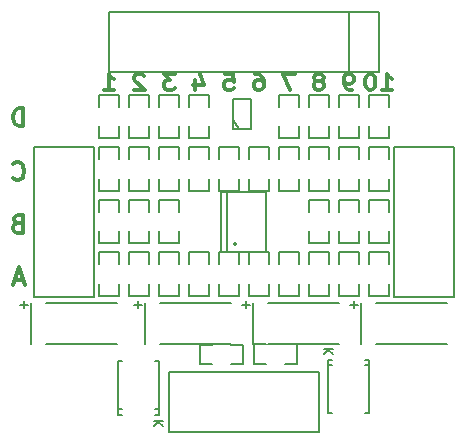
<source format=gbr>
G04 #@! TF.GenerationSoftware,KiCad,Pcbnew,(2017-02-05 revision 431abcf)-makepkg*
G04 #@! TF.CreationDate,2017-05-10T12:01:26+02:00*
G04 #@! TF.ProjectId,OZDUAL03B,4F5A4455414C3033422E6B696361645F,rev?*
G04 #@! TF.FileFunction,Legend,Bot*
G04 #@! TF.FilePolarity,Positive*
%FSLAX46Y46*%
G04 Gerber Fmt 4.6, Leading zero omitted, Abs format (unit mm)*
G04 Created by KiCad (PCBNEW (2017-02-05 revision 431abcf)-makepkg) date 05/10/17 12:01:26*
%MOMM*%
%LPD*%
G01*
G04 APERTURE LIST*
%ADD10C,0.100000*%
%ADD11C,0.300000*%
%ADD12C,0.150000*%
%ADD13C,0.200000*%
G04 APERTURE END LIST*
D10*
D11*
X128662857Y-91815571D02*
X128662857Y-90315571D01*
X128305714Y-90315571D01*
X128091428Y-90387000D01*
X127948571Y-90529857D01*
X127877142Y-90672714D01*
X127805714Y-90958428D01*
X127805714Y-91172714D01*
X127877142Y-91458428D01*
X127948571Y-91601285D01*
X128091428Y-91744142D01*
X128305714Y-91815571D01*
X128662857Y-91815571D01*
X127805714Y-96244714D02*
X127877142Y-96316142D01*
X128091428Y-96387571D01*
X128234285Y-96387571D01*
X128448571Y-96316142D01*
X128591428Y-96173285D01*
X128662857Y-96030428D01*
X128734285Y-95744714D01*
X128734285Y-95530428D01*
X128662857Y-95244714D01*
X128591428Y-95101857D01*
X128448571Y-94959000D01*
X128234285Y-94887571D01*
X128091428Y-94887571D01*
X127877142Y-94959000D01*
X127805714Y-95030428D01*
X128162857Y-100046857D02*
X127948571Y-100118285D01*
X127877142Y-100189714D01*
X127805714Y-100332571D01*
X127805714Y-100546857D01*
X127877142Y-100689714D01*
X127948571Y-100761142D01*
X128091428Y-100832571D01*
X128662857Y-100832571D01*
X128662857Y-99332571D01*
X128162857Y-99332571D01*
X128020000Y-99404000D01*
X127948571Y-99475428D01*
X127877142Y-99618285D01*
X127877142Y-99761142D01*
X127948571Y-99904000D01*
X128020000Y-99975428D01*
X128162857Y-100046857D01*
X128662857Y-100046857D01*
X128627142Y-104849000D02*
X127912857Y-104849000D01*
X128770000Y-105277571D02*
X128270000Y-103777571D01*
X127770000Y-105277571D01*
X159035714Y-88740595D02*
X159892857Y-88740595D01*
X159464285Y-88740595D02*
X159464285Y-87440595D01*
X159607142Y-87626309D01*
X159750000Y-87750119D01*
X159892857Y-87812023D01*
X158107142Y-87440595D02*
X157964285Y-87440595D01*
X157821428Y-87502500D01*
X157750000Y-87564404D01*
X157678571Y-87688214D01*
X157607142Y-87935833D01*
X157607142Y-88245357D01*
X157678571Y-88492976D01*
X157750000Y-88616785D01*
X157821428Y-88678690D01*
X157964285Y-88740595D01*
X158107142Y-88740595D01*
X158250000Y-88678690D01*
X158321428Y-88616785D01*
X158392857Y-88492976D01*
X158464285Y-88245357D01*
X158464285Y-87935833D01*
X158392857Y-87688214D01*
X158321428Y-87564404D01*
X158250000Y-87502500D01*
X158107142Y-87440595D01*
X156495714Y-88740595D02*
X156210000Y-88740595D01*
X156067142Y-88678690D01*
X155995714Y-88616785D01*
X155852857Y-88431071D01*
X155781428Y-88183452D01*
X155781428Y-87688214D01*
X155852857Y-87564404D01*
X155924285Y-87502500D01*
X156067142Y-87440595D01*
X156352857Y-87440595D01*
X156495714Y-87502500D01*
X156567142Y-87564404D01*
X156638571Y-87688214D01*
X156638571Y-87997738D01*
X156567142Y-88121547D01*
X156495714Y-88183452D01*
X156352857Y-88245357D01*
X156067142Y-88245357D01*
X155924285Y-88183452D01*
X155852857Y-88121547D01*
X155781428Y-87997738D01*
X153812857Y-87997738D02*
X153955714Y-87935833D01*
X154027142Y-87873928D01*
X154098571Y-87750119D01*
X154098571Y-87688214D01*
X154027142Y-87564404D01*
X153955714Y-87502500D01*
X153812857Y-87440595D01*
X153527142Y-87440595D01*
X153384285Y-87502500D01*
X153312857Y-87564404D01*
X153241428Y-87688214D01*
X153241428Y-87750119D01*
X153312857Y-87873928D01*
X153384285Y-87935833D01*
X153527142Y-87997738D01*
X153812857Y-87997738D01*
X153955714Y-88059642D01*
X154027142Y-88121547D01*
X154098571Y-88245357D01*
X154098571Y-88492976D01*
X154027142Y-88616785D01*
X153955714Y-88678690D01*
X153812857Y-88740595D01*
X153527142Y-88740595D01*
X153384285Y-88678690D01*
X153312857Y-88616785D01*
X153241428Y-88492976D01*
X153241428Y-88245357D01*
X153312857Y-88121547D01*
X153384285Y-88059642D01*
X153527142Y-87997738D01*
X151630000Y-87440595D02*
X150630000Y-87440595D01*
X151272857Y-88740595D01*
X148304285Y-87440595D02*
X148590000Y-87440595D01*
X148732857Y-87502500D01*
X148804285Y-87564404D01*
X148947142Y-87750119D01*
X149018571Y-87997738D01*
X149018571Y-88492976D01*
X148947142Y-88616785D01*
X148875714Y-88678690D01*
X148732857Y-88740595D01*
X148447142Y-88740595D01*
X148304285Y-88678690D01*
X148232857Y-88616785D01*
X148161428Y-88492976D01*
X148161428Y-88183452D01*
X148232857Y-88059642D01*
X148304285Y-87997738D01*
X148447142Y-87935833D01*
X148732857Y-87935833D01*
X148875714Y-87997738D01*
X148947142Y-88059642D01*
X149018571Y-88183452D01*
X145692857Y-87440595D02*
X146407142Y-87440595D01*
X146478571Y-88059642D01*
X146407142Y-87997738D01*
X146264285Y-87935833D01*
X145907142Y-87935833D01*
X145764285Y-87997738D01*
X145692857Y-88059642D01*
X145621428Y-88183452D01*
X145621428Y-88492976D01*
X145692857Y-88616785D01*
X145764285Y-88678690D01*
X145907142Y-88740595D01*
X146264285Y-88740595D01*
X146407142Y-88678690D01*
X146478571Y-88616785D01*
X143224285Y-87873928D02*
X143224285Y-88740595D01*
X143581428Y-87378690D02*
X143938571Y-88307261D01*
X143010000Y-88307261D01*
X141470000Y-87440595D02*
X140541428Y-87440595D01*
X141041428Y-87935833D01*
X140827142Y-87935833D01*
X140684285Y-87997738D01*
X140612857Y-88059642D01*
X140541428Y-88183452D01*
X140541428Y-88492976D01*
X140612857Y-88616785D01*
X140684285Y-88678690D01*
X140827142Y-88740595D01*
X141255714Y-88740595D01*
X141398571Y-88678690D01*
X141470000Y-88616785D01*
X138858571Y-87564404D02*
X138787142Y-87502500D01*
X138644285Y-87440595D01*
X138287142Y-87440595D01*
X138144285Y-87502500D01*
X138072857Y-87564404D01*
X138001428Y-87688214D01*
X138001428Y-87812023D01*
X138072857Y-87997738D01*
X138930000Y-88740595D01*
X138001428Y-88740595D01*
X135461428Y-88740595D02*
X136318571Y-88740595D01*
X135890000Y-88740595D02*
X135890000Y-87440595D01*
X136032857Y-87626309D01*
X136175714Y-87750119D01*
X136318571Y-87812023D01*
D12*
X165100000Y-93550000D02*
X160020000Y-93550000D01*
X160020000Y-93550000D02*
X160020000Y-106250000D01*
X160020000Y-106250000D02*
X165100000Y-106250000D01*
X165100000Y-106250000D02*
X165100000Y-93550000D01*
X146685000Y-101805000D02*
G75*
G03X146685000Y-101805000I-127000J0D01*
G01*
X145923000Y-102440000D02*
X145923000Y-97360000D01*
X149225000Y-102440000D02*
X149225000Y-97360000D01*
X145415000Y-102440000D02*
X145415000Y-97360000D01*
X145415000Y-102440000D02*
X149225000Y-102440000D01*
X145415000Y-97360000D02*
X149225000Y-97360000D01*
X158750000Y-87200000D02*
X158750000Y-82120000D01*
X158750000Y-82120000D02*
X156210000Y-82120000D01*
X156210000Y-82120000D02*
X156210000Y-87200000D01*
X156210000Y-87200000D02*
X158750000Y-87200000D01*
X153670000Y-117680000D02*
X153670000Y-112600000D01*
X153670000Y-112600000D02*
X140970000Y-112600000D01*
X140970000Y-112600000D02*
X140970000Y-117680000D01*
X140970000Y-117680000D02*
X153670000Y-117680000D01*
X134620000Y-93550000D02*
X129540000Y-93550000D01*
X129540000Y-93550000D02*
X129540000Y-106250000D01*
X129540000Y-106250000D02*
X134620000Y-106250000D01*
X134620000Y-106250000D02*
X134620000Y-93550000D01*
X140180060Y-115797860D02*
X139829540Y-115797860D01*
X136679940Y-115797860D02*
X137030460Y-115797860D01*
X140180060Y-116247440D02*
X139829540Y-116247440D01*
X140180060Y-111746560D02*
X139829540Y-111746560D01*
X136679940Y-111746560D02*
X137030460Y-111746560D01*
X136679940Y-116247440D02*
X137030460Y-116247440D01*
X140180060Y-111746560D02*
X140180060Y-116247440D01*
X136679940Y-111746560D02*
X136679940Y-116247440D01*
X154459940Y-112069140D02*
X154810460Y-112069140D01*
X157960060Y-112069140D02*
X157609540Y-112069140D01*
X154459940Y-111619560D02*
X154810460Y-111619560D01*
X154459940Y-116120440D02*
X154810460Y-116120440D01*
X157960060Y-116120440D02*
X157609540Y-116120440D01*
X157960060Y-111619560D02*
X157609540Y-111619560D01*
X154459940Y-116120440D02*
X154459940Y-111619560D01*
X157960060Y-116120440D02*
X157960060Y-111619560D01*
X157243780Y-110235260D02*
X157243780Y-106836740D01*
X164543740Y-106836740D02*
X158544260Y-106836740D01*
X164543740Y-110235260D02*
X158544260Y-110235260D01*
X129303780Y-110235260D02*
X129303780Y-106836740D01*
X136603740Y-106836740D02*
X130604260Y-106836740D01*
X136603740Y-110235260D02*
X130604260Y-110235260D01*
X148099780Y-110235260D02*
X148099780Y-106836740D01*
X155399740Y-106836740D02*
X149400260Y-106836740D01*
X155399740Y-110235260D02*
X149400260Y-110235260D01*
X138955780Y-110235260D02*
X138955780Y-106836740D01*
X146255740Y-106836740D02*
X140256260Y-106836740D01*
X146255740Y-110235260D02*
X140256260Y-110235260D01*
X156210000Y-87200000D02*
X156210000Y-82120000D01*
X156210000Y-82120000D02*
X135890000Y-82120000D01*
X135890000Y-82120000D02*
X135890000Y-87200000D01*
X135890000Y-87200000D02*
X156210000Y-87200000D01*
X146431000Y-91264000D02*
X146939000Y-92026000D01*
X146431000Y-89486000D02*
X146431000Y-92089500D01*
X146431000Y-92089500D02*
X147955000Y-92089500D01*
X147955000Y-92089500D02*
X147955000Y-89486000D01*
X147955000Y-89486000D02*
X146431000Y-89486000D01*
X135064500Y-105170500D02*
X135064500Y-106186500D01*
X135064500Y-106186500D02*
X136715500Y-106186500D01*
X136715500Y-106186500D02*
X136715500Y-105170500D01*
X136715500Y-103456000D02*
X136715500Y-103519500D01*
X135064500Y-103519500D02*
X135064500Y-102503500D01*
X135064500Y-102503500D02*
X136715500Y-102503500D01*
X136715500Y-102503500D02*
X136715500Y-103456000D01*
X139255500Y-103519500D02*
X139255500Y-102503500D01*
X139255500Y-102503500D02*
X137604500Y-102503500D01*
X137604500Y-102503500D02*
X137604500Y-103519500D01*
X137604500Y-105234000D02*
X137604500Y-105170500D01*
X139255500Y-105170500D02*
X139255500Y-106186500D01*
X139255500Y-106186500D02*
X137604500Y-106186500D01*
X137604500Y-106186500D02*
X137604500Y-105234000D01*
X141795500Y-103519500D02*
X141795500Y-102503500D01*
X141795500Y-102503500D02*
X140144500Y-102503500D01*
X140144500Y-102503500D02*
X140144500Y-103519500D01*
X140144500Y-105234000D02*
X140144500Y-105170500D01*
X141795500Y-105170500D02*
X141795500Y-106186500D01*
X141795500Y-106186500D02*
X140144500Y-106186500D01*
X140144500Y-106186500D02*
X140144500Y-105234000D01*
X142684500Y-105170500D02*
X142684500Y-106186500D01*
X142684500Y-106186500D02*
X144335500Y-106186500D01*
X144335500Y-106186500D02*
X144335500Y-105170500D01*
X144335500Y-103456000D02*
X144335500Y-103519500D01*
X142684500Y-103519500D02*
X142684500Y-102503500D01*
X142684500Y-102503500D02*
X144335500Y-102503500D01*
X144335500Y-102503500D02*
X144335500Y-103456000D01*
X145224500Y-105170500D02*
X145224500Y-106186500D01*
X145224500Y-106186500D02*
X146875500Y-106186500D01*
X146875500Y-106186500D02*
X146875500Y-105170500D01*
X146875500Y-103456000D02*
X146875500Y-103519500D01*
X145224500Y-103519500D02*
X145224500Y-102503500D01*
X145224500Y-102503500D02*
X146875500Y-102503500D01*
X146875500Y-102503500D02*
X146875500Y-103456000D01*
X147764500Y-105170500D02*
X147764500Y-106186500D01*
X147764500Y-106186500D02*
X149415500Y-106186500D01*
X149415500Y-106186500D02*
X149415500Y-105170500D01*
X149415500Y-103456000D02*
X149415500Y-103519500D01*
X147764500Y-103519500D02*
X147764500Y-102503500D01*
X147764500Y-102503500D02*
X149415500Y-102503500D01*
X149415500Y-102503500D02*
X149415500Y-103456000D01*
X151955500Y-103519500D02*
X151955500Y-102503500D01*
X151955500Y-102503500D02*
X150304500Y-102503500D01*
X150304500Y-102503500D02*
X150304500Y-103519500D01*
X150304500Y-105234000D02*
X150304500Y-105170500D01*
X151955500Y-105170500D02*
X151955500Y-106186500D01*
X151955500Y-106186500D02*
X150304500Y-106186500D01*
X150304500Y-106186500D02*
X150304500Y-105234000D01*
X152844500Y-105170500D02*
X152844500Y-106186500D01*
X152844500Y-106186500D02*
X154495500Y-106186500D01*
X154495500Y-106186500D02*
X154495500Y-105170500D01*
X154495500Y-103456000D02*
X154495500Y-103519500D01*
X152844500Y-103519500D02*
X152844500Y-102503500D01*
X152844500Y-102503500D02*
X154495500Y-102503500D01*
X154495500Y-102503500D02*
X154495500Y-103456000D01*
X157035500Y-103519500D02*
X157035500Y-102503500D01*
X157035500Y-102503500D02*
X155384500Y-102503500D01*
X155384500Y-102503500D02*
X155384500Y-103519500D01*
X155384500Y-105234000D02*
X155384500Y-105170500D01*
X157035500Y-105170500D02*
X157035500Y-106186500D01*
X157035500Y-106186500D02*
X155384500Y-106186500D01*
X155384500Y-106186500D02*
X155384500Y-105234000D01*
X157924500Y-105170500D02*
X157924500Y-106186500D01*
X157924500Y-106186500D02*
X159575500Y-106186500D01*
X159575500Y-106186500D02*
X159575500Y-105170500D01*
X159575500Y-103456000D02*
X159575500Y-103519500D01*
X157924500Y-103519500D02*
X157924500Y-102503500D01*
X157924500Y-102503500D02*
X159575500Y-102503500D01*
X159575500Y-102503500D02*
X159575500Y-103456000D01*
X136715500Y-99074500D02*
X136715500Y-98058500D01*
X136715500Y-98058500D02*
X135064500Y-98058500D01*
X135064500Y-98058500D02*
X135064500Y-99074500D01*
X135064500Y-100789000D02*
X135064500Y-100725500D01*
X136715500Y-100725500D02*
X136715500Y-101741500D01*
X136715500Y-101741500D02*
X135064500Y-101741500D01*
X135064500Y-101741500D02*
X135064500Y-100789000D01*
X139255500Y-99074500D02*
X139255500Y-98058500D01*
X139255500Y-98058500D02*
X137604500Y-98058500D01*
X137604500Y-98058500D02*
X137604500Y-99074500D01*
X137604500Y-100789000D02*
X137604500Y-100725500D01*
X139255500Y-100725500D02*
X139255500Y-101741500D01*
X139255500Y-101741500D02*
X137604500Y-101741500D01*
X137604500Y-101741500D02*
X137604500Y-100789000D01*
X141795500Y-99074500D02*
X141795500Y-98058500D01*
X141795500Y-98058500D02*
X140144500Y-98058500D01*
X140144500Y-98058500D02*
X140144500Y-99074500D01*
X140144500Y-100789000D02*
X140144500Y-100725500D01*
X141795500Y-100725500D02*
X141795500Y-101741500D01*
X141795500Y-101741500D02*
X140144500Y-101741500D01*
X140144500Y-101741500D02*
X140144500Y-100789000D01*
X152844500Y-100725500D02*
X152844500Y-101741500D01*
X152844500Y-101741500D02*
X154495500Y-101741500D01*
X154495500Y-101741500D02*
X154495500Y-100725500D01*
X154495500Y-99011000D02*
X154495500Y-99074500D01*
X152844500Y-99074500D02*
X152844500Y-98058500D01*
X152844500Y-98058500D02*
X154495500Y-98058500D01*
X154495500Y-98058500D02*
X154495500Y-99011000D01*
X157035500Y-99074500D02*
X157035500Y-98058500D01*
X157035500Y-98058500D02*
X155384500Y-98058500D01*
X155384500Y-98058500D02*
X155384500Y-99074500D01*
X155384500Y-100789000D02*
X155384500Y-100725500D01*
X157035500Y-100725500D02*
X157035500Y-101741500D01*
X157035500Y-101741500D02*
X155384500Y-101741500D01*
X155384500Y-101741500D02*
X155384500Y-100789000D01*
X157924500Y-100725500D02*
X157924500Y-101741500D01*
X157924500Y-101741500D02*
X159575500Y-101741500D01*
X159575500Y-101741500D02*
X159575500Y-100725500D01*
X159575500Y-99011000D02*
X159575500Y-99074500D01*
X157924500Y-99074500D02*
X157924500Y-98058500D01*
X157924500Y-98058500D02*
X159575500Y-98058500D01*
X159575500Y-98058500D02*
X159575500Y-99011000D01*
X136715500Y-94629500D02*
X136715500Y-93613500D01*
X136715500Y-93613500D02*
X135064500Y-93613500D01*
X135064500Y-93613500D02*
X135064500Y-94629500D01*
X135064500Y-96344000D02*
X135064500Y-96280500D01*
X136715500Y-96280500D02*
X136715500Y-97296500D01*
X136715500Y-97296500D02*
X135064500Y-97296500D01*
X135064500Y-97296500D02*
X135064500Y-96344000D01*
X139255500Y-94629500D02*
X139255500Y-93613500D01*
X139255500Y-93613500D02*
X137604500Y-93613500D01*
X137604500Y-93613500D02*
X137604500Y-94629500D01*
X137604500Y-96344000D02*
X137604500Y-96280500D01*
X139255500Y-96280500D02*
X139255500Y-97296500D01*
X139255500Y-97296500D02*
X137604500Y-97296500D01*
X137604500Y-97296500D02*
X137604500Y-96344000D01*
X140144500Y-96280500D02*
X140144500Y-97296500D01*
X140144500Y-97296500D02*
X141795500Y-97296500D01*
X141795500Y-97296500D02*
X141795500Y-96280500D01*
X141795500Y-94566000D02*
X141795500Y-94629500D01*
X140144500Y-94629500D02*
X140144500Y-93613500D01*
X140144500Y-93613500D02*
X141795500Y-93613500D01*
X141795500Y-93613500D02*
X141795500Y-94566000D01*
X142684500Y-96280500D02*
X142684500Y-97296500D01*
X142684500Y-97296500D02*
X144335500Y-97296500D01*
X144335500Y-97296500D02*
X144335500Y-96280500D01*
X144335500Y-94566000D02*
X144335500Y-94629500D01*
X142684500Y-94629500D02*
X142684500Y-93613500D01*
X142684500Y-93613500D02*
X144335500Y-93613500D01*
X144335500Y-93613500D02*
X144335500Y-94566000D01*
X145224500Y-96280500D02*
X145224500Y-97296500D01*
X145224500Y-97296500D02*
X146875500Y-97296500D01*
X146875500Y-97296500D02*
X146875500Y-96280500D01*
X146875500Y-94566000D02*
X146875500Y-94629500D01*
X145224500Y-94629500D02*
X145224500Y-93613500D01*
X145224500Y-93613500D02*
X146875500Y-93613500D01*
X146875500Y-93613500D02*
X146875500Y-94566000D01*
X149415500Y-94629500D02*
X149415500Y-93613500D01*
X149415500Y-93613500D02*
X147764500Y-93613500D01*
X147764500Y-93613500D02*
X147764500Y-94629500D01*
X147764500Y-96344000D02*
X147764500Y-96280500D01*
X149415500Y-96280500D02*
X149415500Y-97296500D01*
X149415500Y-97296500D02*
X147764500Y-97296500D01*
X147764500Y-97296500D02*
X147764500Y-96344000D01*
X150304500Y-96280500D02*
X150304500Y-97296500D01*
X150304500Y-97296500D02*
X151955500Y-97296500D01*
X151955500Y-97296500D02*
X151955500Y-96280500D01*
X151955500Y-94566000D02*
X151955500Y-94629500D01*
X150304500Y-94629500D02*
X150304500Y-93613500D01*
X150304500Y-93613500D02*
X151955500Y-93613500D01*
X151955500Y-93613500D02*
X151955500Y-94566000D01*
X154495500Y-94629500D02*
X154495500Y-93613500D01*
X154495500Y-93613500D02*
X152844500Y-93613500D01*
X152844500Y-93613500D02*
X152844500Y-94629500D01*
X152844500Y-96344000D02*
X152844500Y-96280500D01*
X154495500Y-96280500D02*
X154495500Y-97296500D01*
X154495500Y-97296500D02*
X152844500Y-97296500D01*
X152844500Y-97296500D02*
X152844500Y-96344000D01*
X157035500Y-94629500D02*
X157035500Y-93613500D01*
X157035500Y-93613500D02*
X155384500Y-93613500D01*
X155384500Y-93613500D02*
X155384500Y-94629500D01*
X155384500Y-96344000D02*
X155384500Y-96280500D01*
X157035500Y-96280500D02*
X157035500Y-97296500D01*
X157035500Y-97296500D02*
X155384500Y-97296500D01*
X155384500Y-97296500D02*
X155384500Y-96344000D01*
X159575500Y-94629500D02*
X159575500Y-93613500D01*
X159575500Y-93613500D02*
X157924500Y-93613500D01*
X157924500Y-93613500D02*
X157924500Y-94629500D01*
X157924500Y-96344000D02*
X157924500Y-96280500D01*
X159575500Y-96280500D02*
X159575500Y-97296500D01*
X159575500Y-97296500D02*
X157924500Y-97296500D01*
X157924500Y-97296500D02*
X157924500Y-96344000D01*
X135064500Y-91835500D02*
X135064500Y-92851500D01*
X135064500Y-92851500D02*
X136715500Y-92851500D01*
X136715500Y-92851500D02*
X136715500Y-91835500D01*
X136715500Y-90121000D02*
X136715500Y-90184500D01*
X135064500Y-90184500D02*
X135064500Y-89168500D01*
X135064500Y-89168500D02*
X136715500Y-89168500D01*
X136715500Y-89168500D02*
X136715500Y-90121000D01*
X139255500Y-90184500D02*
X139255500Y-89168500D01*
X139255500Y-89168500D02*
X137604500Y-89168500D01*
X137604500Y-89168500D02*
X137604500Y-90184500D01*
X137604500Y-91899000D02*
X137604500Y-91835500D01*
X139255500Y-91835500D02*
X139255500Y-92851500D01*
X139255500Y-92851500D02*
X137604500Y-92851500D01*
X137604500Y-92851500D02*
X137604500Y-91899000D01*
X141795500Y-90184500D02*
X141795500Y-89168500D01*
X141795500Y-89168500D02*
X140144500Y-89168500D01*
X140144500Y-89168500D02*
X140144500Y-90184500D01*
X140144500Y-91899000D02*
X140144500Y-91835500D01*
X141795500Y-91835500D02*
X141795500Y-92851500D01*
X141795500Y-92851500D02*
X140144500Y-92851500D01*
X140144500Y-92851500D02*
X140144500Y-91899000D01*
X142684500Y-91835500D02*
X142684500Y-92851500D01*
X142684500Y-92851500D02*
X144335500Y-92851500D01*
X144335500Y-92851500D02*
X144335500Y-91835500D01*
X144335500Y-90121000D02*
X144335500Y-90184500D01*
X142684500Y-90184500D02*
X142684500Y-89168500D01*
X142684500Y-89168500D02*
X144335500Y-89168500D01*
X144335500Y-89168500D02*
X144335500Y-90121000D01*
X150304500Y-91835500D02*
X150304500Y-92851500D01*
X150304500Y-92851500D02*
X151955500Y-92851500D01*
X151955500Y-92851500D02*
X151955500Y-91835500D01*
X151955500Y-90121000D02*
X151955500Y-90184500D01*
X150304500Y-90184500D02*
X150304500Y-89168500D01*
X150304500Y-89168500D02*
X151955500Y-89168500D01*
X151955500Y-89168500D02*
X151955500Y-90121000D01*
X152844500Y-91835500D02*
X152844500Y-92851500D01*
X152844500Y-92851500D02*
X154495500Y-92851500D01*
X154495500Y-92851500D02*
X154495500Y-91835500D01*
X154495500Y-90121000D02*
X154495500Y-90184500D01*
X152844500Y-90184500D02*
X152844500Y-89168500D01*
X152844500Y-89168500D02*
X154495500Y-89168500D01*
X154495500Y-89168500D02*
X154495500Y-90121000D01*
X155384500Y-91835500D02*
X155384500Y-92851500D01*
X155384500Y-92851500D02*
X157035500Y-92851500D01*
X157035500Y-92851500D02*
X157035500Y-91835500D01*
X157035500Y-90121000D02*
X157035500Y-90184500D01*
X155384500Y-90184500D02*
X155384500Y-89168500D01*
X155384500Y-89168500D02*
X157035500Y-89168500D01*
X157035500Y-89168500D02*
X157035500Y-90121000D01*
X157924500Y-91835500D02*
X157924500Y-92851500D01*
X157924500Y-92851500D02*
X159575500Y-92851500D01*
X159575500Y-92851500D02*
X159575500Y-91835500D01*
X159575500Y-90121000D02*
X159575500Y-90184500D01*
X157924500Y-90184500D02*
X157924500Y-89168500D01*
X157924500Y-89168500D02*
X159575500Y-89168500D01*
X159575500Y-89168500D02*
X159575500Y-90121000D01*
X149161500Y-110299500D02*
X148145500Y-110299500D01*
X148145500Y-110299500D02*
X148145500Y-111950500D01*
X148145500Y-111950500D02*
X149161500Y-111950500D01*
X150876000Y-111950500D02*
X150812500Y-111950500D01*
X150812500Y-110299500D02*
X151828500Y-110299500D01*
X151828500Y-110299500D02*
X151828500Y-111950500D01*
X151828500Y-111950500D02*
X150876000Y-111950500D01*
X144589500Y-110314000D02*
X143573500Y-110314000D01*
X143573500Y-110314000D02*
X143573500Y-111965000D01*
X143573500Y-111965000D02*
X144589500Y-111965000D01*
X146304000Y-111965000D02*
X146240500Y-111965000D01*
X146240500Y-110314000D02*
X147256500Y-110314000D01*
X147256500Y-110314000D02*
X147256500Y-111965000D01*
X147256500Y-111965000D02*
X146304000Y-111965000D01*
D13*
X140491164Y-116787216D02*
X139691164Y-116787216D01*
X140491164Y-117244359D02*
X140034021Y-116901501D01*
X139691164Y-117244359D02*
X140148307Y-116787216D01*
X154872644Y-110660736D02*
X154072644Y-110660736D01*
X154872644Y-111117879D02*
X154415501Y-110775021D01*
X154072644Y-111117879D02*
X154529787Y-110660736D01*
X156959261Y-106942142D02*
X156349738Y-106942142D01*
X156654500Y-107246904D02*
X156654500Y-106637380D01*
X129019261Y-106942142D02*
X128409738Y-106942142D01*
X128714500Y-107246904D02*
X128714500Y-106637380D01*
X147815261Y-106942142D02*
X147205738Y-106942142D01*
X147510500Y-107246904D02*
X147510500Y-106637380D01*
X138671261Y-106942142D02*
X138061738Y-106942142D01*
X138366500Y-107246904D02*
X138366500Y-106637380D01*
M02*

</source>
